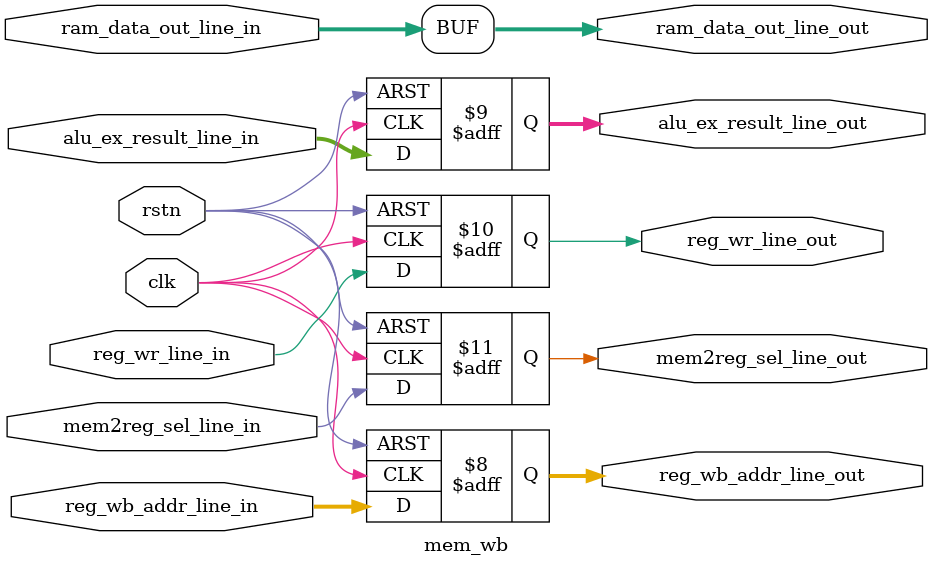
<source format=v>
module mem_wb(
    //clk & rst
    input               clk                         ,
    input               rstn                        ,
    //data input
    //Control signals
    input               reg_wr_line_in              ,
    input               mem2reg_sel_line_in         ,
    //data ram 
    input       [31:0]  ram_data_out_line_in        ,
    //alu_ex
    input       [31:0]  alu_ex_result_line_in       ,
    //reg write bank addr
    input       [4:0]   reg_wb_addr_line_in         ,

    //Control signals
    output  reg         reg_wr_line_out             ,
    output  reg         mem2reg_sel_line_out        ,
    //data ram 
    output  reg [31:0]  ram_data_out_line_out       ,
    //alu_ex
    output  reg [31:0]  alu_ex_result_line_out      ,
    //reg write bank addr
    output  reg [4:0]   reg_wb_addr_line_out        
);

always @(posedge clk or negedge rstn) begin
    if(!rstn) begin
        reg_wr_line_out     <= 1'd0;
        mem2reg_sel_line_out<= 1'd0;
    end
    else begin
        reg_wr_line_out     <= reg_wr_line_in     ;
        mem2reg_sel_line_out<= mem2reg_sel_line_in;
    end
end

always @(*) begin
        ram_data_out_line_out <= ram_data_out_line_in;
end

always @(posedge clk or negedge rstn) begin
    if(!rstn)
        alu_ex_result_line_out <= 31'd0;
    else
        alu_ex_result_line_out <= alu_ex_result_line_in;
end

always @(posedge clk or negedge rstn) begin
    if(!rstn)
        reg_wb_addr_line_out <= 5'd0;
    else
        reg_wb_addr_line_out <= reg_wb_addr_line_in;
end

endmodule

</source>
